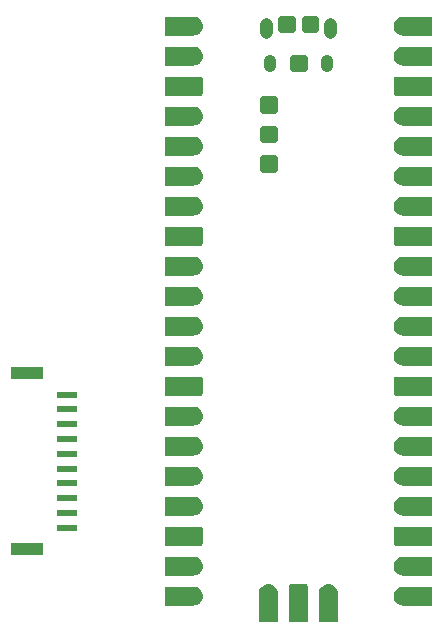
<source format=gbr>
G04 EAGLE Gerber RS-274X export*
G75*
%MOMM*%
%FSLAX34Y34*%
%LPD*%
%INSolderpaste Top*%
%IPPOS*%
%AMOC8*
5,1,8,0,0,1.08239X$1,22.5*%
G01*
G04 Define Apertures*
%ADD10C,0.600000*%
%ADD11C,1.100000*%
%ADD12C,1.050000*%
%ADD13R,1.701800X0.609600*%
%ADD14R,2.794000X1.092200*%
G36*
X-82369Y-84181D02*
X-82897Y-84250D01*
X-112950Y-84250D01*
X-112950Y-68150D01*
X-82897Y-68150D01*
X-82369Y-68219D01*
X-81875Y-68424D01*
X-81450Y-68750D01*
X-81124Y-69175D01*
X-80919Y-69669D01*
X-80850Y-70197D01*
X-80850Y-82203D01*
X-80919Y-82731D01*
X-81124Y-83225D01*
X-81450Y-83650D01*
X-81875Y-83976D01*
X-82369Y-84181D01*
G37*
G36*
X-82369Y42819D02*
X-82897Y42750D01*
X-112950Y42750D01*
X-112950Y58850D01*
X-82897Y58850D01*
X-82369Y58781D01*
X-81875Y58576D01*
X-81450Y58250D01*
X-81124Y57825D01*
X-80919Y57331D01*
X-80850Y56803D01*
X-80850Y44797D01*
X-80919Y44269D01*
X-81124Y43775D01*
X-81450Y43350D01*
X-81875Y43024D01*
X-82369Y42819D01*
G37*
G36*
X-82369Y169819D02*
X-82897Y169750D01*
X-112950Y169750D01*
X-112950Y185850D01*
X-82897Y185850D01*
X-82369Y185781D01*
X-81875Y185576D01*
X-81450Y185250D01*
X-81124Y184825D01*
X-80919Y184331D01*
X-80850Y183803D01*
X-80850Y171797D01*
X-80919Y171269D01*
X-81124Y170775D01*
X-81450Y170350D01*
X-81875Y170024D01*
X-82369Y169819D01*
G37*
G36*
X-82369Y296819D02*
X-82897Y296750D01*
X-112950Y296750D01*
X-112950Y312850D01*
X-82897Y312850D01*
X-82369Y312781D01*
X-81875Y312576D01*
X-81450Y312250D01*
X-81124Y311825D01*
X-80919Y311331D01*
X-80850Y310803D01*
X-80850Y298797D01*
X-80919Y298269D01*
X-81124Y297775D01*
X-81450Y297350D01*
X-81875Y297024D01*
X-82369Y296819D01*
G37*
G36*
X8050Y-118697D02*
X8050Y-148750D01*
X-8050Y-148750D01*
X-8050Y-118697D01*
X-7981Y-118169D01*
X-7776Y-117675D01*
X-7450Y-117250D01*
X-7025Y-116924D01*
X-6531Y-116719D01*
X-6003Y-116650D01*
X6003Y-116650D01*
X6531Y-116719D01*
X7025Y-116924D01*
X7450Y-117250D01*
X7776Y-117675D01*
X7981Y-118169D01*
X8050Y-118697D01*
G37*
G36*
X112950Y-68150D02*
X112950Y-84250D01*
X82897Y-84250D01*
X82369Y-84181D01*
X81875Y-83976D01*
X81450Y-83650D01*
X81124Y-83225D01*
X80919Y-82731D01*
X80850Y-82203D01*
X80850Y-70197D01*
X80919Y-69669D01*
X81124Y-69175D01*
X81450Y-68750D01*
X81875Y-68424D01*
X82369Y-68219D01*
X82897Y-68150D01*
X112950Y-68150D01*
G37*
G36*
X112950Y58850D02*
X112950Y42750D01*
X82897Y42750D01*
X82369Y42819D01*
X81875Y43024D01*
X81450Y43350D01*
X81124Y43775D01*
X80919Y44269D01*
X80850Y44797D01*
X80850Y56803D01*
X80919Y57331D01*
X81124Y57825D01*
X81450Y58250D01*
X81875Y58576D01*
X82369Y58781D01*
X82897Y58850D01*
X112950Y58850D01*
G37*
G36*
X112950Y185850D02*
X112950Y169750D01*
X82897Y169750D01*
X82369Y169819D01*
X81875Y170024D01*
X81450Y170350D01*
X81124Y170775D01*
X80919Y171269D01*
X80850Y171797D01*
X80850Y183803D01*
X80919Y184331D01*
X81124Y184825D01*
X81450Y185250D01*
X81875Y185576D01*
X82369Y185781D01*
X82897Y185850D01*
X112950Y185850D01*
G37*
G36*
X112950Y312850D02*
X112950Y296750D01*
X82897Y296750D01*
X82369Y296819D01*
X81875Y297024D01*
X81450Y297350D01*
X81124Y297775D01*
X80919Y298269D01*
X80850Y298797D01*
X80850Y310803D01*
X80919Y311331D01*
X81124Y311825D01*
X81450Y312250D01*
X81875Y312576D01*
X82369Y312781D01*
X82897Y312850D01*
X112950Y312850D01*
G37*
G36*
X-87329Y-134896D02*
X-88898Y-135050D01*
X-112950Y-135050D01*
X-112950Y-118950D01*
X-88898Y-118950D01*
X-87329Y-119104D01*
X-85819Y-119563D01*
X-84428Y-120306D01*
X-83208Y-121308D01*
X-82206Y-122528D01*
X-81463Y-123919D01*
X-81004Y-125429D01*
X-80850Y-127000D01*
X-81004Y-128571D01*
X-81463Y-130081D01*
X-82206Y-131472D01*
X-83208Y-132692D01*
X-84428Y-133694D01*
X-85819Y-134437D01*
X-87329Y-134896D01*
G37*
G36*
X-87329Y-109496D02*
X-88898Y-109650D01*
X-112950Y-109650D01*
X-112950Y-93550D01*
X-88898Y-93550D01*
X-87329Y-93704D01*
X-85819Y-94163D01*
X-84428Y-94906D01*
X-83208Y-95908D01*
X-82206Y-97128D01*
X-81463Y-98519D01*
X-81004Y-100029D01*
X-80850Y-101600D01*
X-81004Y-103171D01*
X-81463Y-104681D01*
X-82206Y-106072D01*
X-83208Y-107292D01*
X-84428Y-108294D01*
X-85819Y-109037D01*
X-87329Y-109496D01*
G37*
G36*
X-87329Y-58696D02*
X-88898Y-58850D01*
X-112950Y-58850D01*
X-112950Y-42750D01*
X-88898Y-42750D01*
X-87329Y-42904D01*
X-85819Y-43363D01*
X-84428Y-44106D01*
X-83208Y-45108D01*
X-82206Y-46328D01*
X-81463Y-47719D01*
X-81004Y-49229D01*
X-80850Y-50800D01*
X-81004Y-52371D01*
X-81463Y-53881D01*
X-82206Y-55272D01*
X-83208Y-56492D01*
X-84428Y-57494D01*
X-85819Y-58237D01*
X-87329Y-58696D01*
G37*
G36*
X-87329Y-33296D02*
X-88898Y-33450D01*
X-112950Y-33450D01*
X-112950Y-17350D01*
X-88898Y-17350D01*
X-87329Y-17504D01*
X-85819Y-17963D01*
X-84428Y-18706D01*
X-83208Y-19708D01*
X-82206Y-20928D01*
X-81463Y-22319D01*
X-81004Y-23829D01*
X-80850Y-25400D01*
X-81004Y-26971D01*
X-81463Y-28481D01*
X-82206Y-29872D01*
X-83208Y-31092D01*
X-84428Y-32094D01*
X-85819Y-32837D01*
X-87329Y-33296D01*
G37*
G36*
X-87329Y-7896D02*
X-88898Y-8050D01*
X-112950Y-8050D01*
X-112950Y8050D01*
X-88898Y8050D01*
X-87329Y7896D01*
X-85819Y7437D01*
X-84428Y6694D01*
X-83208Y5692D01*
X-82206Y4472D01*
X-81463Y3081D01*
X-81004Y1571D01*
X-80850Y0D01*
X-81004Y-1571D01*
X-81463Y-3081D01*
X-82206Y-4472D01*
X-83208Y-5692D01*
X-84428Y-6694D01*
X-85819Y-7437D01*
X-87329Y-7896D01*
G37*
G36*
X-87329Y17504D02*
X-88898Y17350D01*
X-112950Y17350D01*
X-112950Y33450D01*
X-88898Y33450D01*
X-87329Y33296D01*
X-85819Y32837D01*
X-84428Y32094D01*
X-83208Y31092D01*
X-82206Y29872D01*
X-81463Y28481D01*
X-81004Y26971D01*
X-80850Y25400D01*
X-81004Y23829D01*
X-81463Y22319D01*
X-82206Y20928D01*
X-83208Y19708D01*
X-84428Y18706D01*
X-85819Y17963D01*
X-87329Y17504D01*
G37*
G36*
X-87329Y68304D02*
X-88898Y68150D01*
X-112950Y68150D01*
X-112950Y84250D01*
X-88898Y84250D01*
X-87329Y84096D01*
X-85819Y83637D01*
X-84428Y82894D01*
X-83208Y81892D01*
X-82206Y80672D01*
X-81463Y79281D01*
X-81004Y77771D01*
X-80850Y76200D01*
X-81004Y74629D01*
X-81463Y73119D01*
X-82206Y71728D01*
X-83208Y70508D01*
X-84428Y69506D01*
X-85819Y68763D01*
X-87329Y68304D01*
G37*
G36*
X-87329Y93704D02*
X-88898Y93550D01*
X-112950Y93550D01*
X-112950Y109650D01*
X-88898Y109650D01*
X-87329Y109496D01*
X-85819Y109037D01*
X-84428Y108294D01*
X-83208Y107292D01*
X-82206Y106072D01*
X-81463Y104681D01*
X-81004Y103171D01*
X-80850Y101600D01*
X-81004Y100029D01*
X-81463Y98519D01*
X-82206Y97128D01*
X-83208Y95908D01*
X-84428Y94906D01*
X-85819Y94163D01*
X-87329Y93704D01*
G37*
G36*
X-87329Y119104D02*
X-88898Y118950D01*
X-112950Y118950D01*
X-112950Y135050D01*
X-88898Y135050D01*
X-87329Y134896D01*
X-85819Y134437D01*
X-84428Y133694D01*
X-83208Y132692D01*
X-82206Y131472D01*
X-81463Y130081D01*
X-81004Y128571D01*
X-80850Y127000D01*
X-81004Y125429D01*
X-81463Y123919D01*
X-82206Y122528D01*
X-83208Y121308D01*
X-84428Y120306D01*
X-85819Y119563D01*
X-87329Y119104D01*
G37*
G36*
X-87329Y144504D02*
X-88898Y144350D01*
X-112950Y144350D01*
X-112950Y160450D01*
X-88898Y160450D01*
X-87329Y160296D01*
X-85819Y159837D01*
X-84428Y159094D01*
X-83208Y158092D01*
X-82206Y156872D01*
X-81463Y155481D01*
X-81004Y153971D01*
X-80850Y152400D01*
X-81004Y150829D01*
X-81463Y149319D01*
X-82206Y147928D01*
X-83208Y146708D01*
X-84428Y145706D01*
X-85819Y144963D01*
X-87329Y144504D01*
G37*
G36*
X-87329Y195304D02*
X-88898Y195150D01*
X-112950Y195150D01*
X-112950Y211250D01*
X-88898Y211250D01*
X-87329Y211096D01*
X-85819Y210637D01*
X-84428Y209894D01*
X-83208Y208892D01*
X-82206Y207672D01*
X-81463Y206281D01*
X-81004Y204771D01*
X-80850Y203200D01*
X-81004Y201629D01*
X-81463Y200119D01*
X-82206Y198728D01*
X-83208Y197508D01*
X-84428Y196506D01*
X-85819Y195763D01*
X-87329Y195304D01*
G37*
G36*
X-87329Y220704D02*
X-88898Y220550D01*
X-112950Y220550D01*
X-112950Y236650D01*
X-88898Y236650D01*
X-87329Y236496D01*
X-85819Y236037D01*
X-84428Y235294D01*
X-83208Y234292D01*
X-82206Y233072D01*
X-81463Y231681D01*
X-81004Y230171D01*
X-80850Y228600D01*
X-81004Y227029D01*
X-81463Y225519D01*
X-82206Y224128D01*
X-83208Y222908D01*
X-84428Y221906D01*
X-85819Y221163D01*
X-87329Y220704D01*
G37*
G36*
X-87329Y246104D02*
X-88898Y245950D01*
X-112950Y245950D01*
X-112950Y262050D01*
X-88898Y262050D01*
X-87329Y261896D01*
X-85819Y261437D01*
X-84428Y260694D01*
X-83208Y259692D01*
X-82206Y258472D01*
X-81463Y257081D01*
X-81004Y255571D01*
X-80850Y254000D01*
X-81004Y252429D01*
X-81463Y250919D01*
X-82206Y249528D01*
X-83208Y248308D01*
X-84428Y247306D01*
X-85819Y246563D01*
X-87329Y246104D01*
G37*
G36*
X-87329Y271504D02*
X-88898Y271350D01*
X-112950Y271350D01*
X-112950Y287450D01*
X-88898Y287450D01*
X-87329Y287296D01*
X-85819Y286837D01*
X-84428Y286094D01*
X-83208Y285092D01*
X-82206Y283872D01*
X-81463Y282481D01*
X-81004Y280971D01*
X-80850Y279400D01*
X-81004Y277829D01*
X-81463Y276319D01*
X-82206Y274928D01*
X-83208Y273708D01*
X-84428Y272706D01*
X-85819Y271963D01*
X-87329Y271504D01*
G37*
G36*
X-87329Y322304D02*
X-88898Y322150D01*
X-112950Y322150D01*
X-112950Y338250D01*
X-88898Y338250D01*
X-87329Y338096D01*
X-85819Y337637D01*
X-84428Y336894D01*
X-83208Y335892D01*
X-82206Y334672D01*
X-81463Y333281D01*
X-81004Y331771D01*
X-80850Y330200D01*
X-81004Y328629D01*
X-81463Y327119D01*
X-82206Y325728D01*
X-83208Y324508D01*
X-84428Y323506D01*
X-85819Y322763D01*
X-87329Y322304D01*
G37*
G36*
X-87329Y347704D02*
X-88898Y347550D01*
X-112950Y347550D01*
X-112950Y363650D01*
X-88898Y363650D01*
X-87329Y363496D01*
X-85819Y363037D01*
X-84428Y362294D01*
X-83208Y361292D01*
X-82206Y360072D01*
X-81463Y358681D01*
X-81004Y357171D01*
X-80850Y355600D01*
X-81004Y354029D01*
X-81463Y352519D01*
X-82206Y351128D01*
X-83208Y349908D01*
X-84428Y348906D01*
X-85819Y348163D01*
X-87329Y347704D01*
G37*
G36*
X-17350Y-124698D02*
X-17350Y-148750D01*
X-33450Y-148750D01*
X-33450Y-124698D01*
X-33296Y-123129D01*
X-32837Y-121619D01*
X-32094Y-120228D01*
X-31092Y-119008D01*
X-29872Y-118006D01*
X-28481Y-117263D01*
X-26971Y-116804D01*
X-25400Y-116650D01*
X-23829Y-116804D01*
X-22319Y-117263D01*
X-20928Y-118006D01*
X-19708Y-119008D01*
X-18706Y-120228D01*
X-17963Y-121619D01*
X-17504Y-123129D01*
X-17350Y-124698D01*
G37*
G36*
X33450Y-124698D02*
X33450Y-148750D01*
X17350Y-148750D01*
X17350Y-124698D01*
X17504Y-123129D01*
X17963Y-121619D01*
X18706Y-120228D01*
X19708Y-119008D01*
X20928Y-118006D01*
X22319Y-117263D01*
X23829Y-116804D01*
X25400Y-116650D01*
X26971Y-116804D01*
X28481Y-117263D01*
X29872Y-118006D01*
X31092Y-119008D01*
X32094Y-120228D01*
X32837Y-121619D01*
X33296Y-123129D01*
X33450Y-124698D01*
G37*
G36*
X112950Y-118950D02*
X112950Y-135050D01*
X88898Y-135050D01*
X87329Y-134896D01*
X85819Y-134437D01*
X84428Y-133694D01*
X83208Y-132692D01*
X82206Y-131472D01*
X81463Y-130081D01*
X81004Y-128571D01*
X80850Y-127000D01*
X81004Y-125429D01*
X81463Y-123919D01*
X82206Y-122528D01*
X83208Y-121308D01*
X84428Y-120306D01*
X85819Y-119563D01*
X87329Y-119104D01*
X88898Y-118950D01*
X112950Y-118950D01*
G37*
G36*
X112950Y-93550D02*
X112950Y-109650D01*
X88898Y-109650D01*
X87329Y-109496D01*
X85819Y-109037D01*
X84428Y-108294D01*
X83208Y-107292D01*
X82206Y-106072D01*
X81463Y-104681D01*
X81004Y-103171D01*
X80850Y-101600D01*
X81004Y-100029D01*
X81463Y-98519D01*
X82206Y-97128D01*
X83208Y-95908D01*
X84428Y-94906D01*
X85819Y-94163D01*
X87329Y-93704D01*
X88898Y-93550D01*
X112950Y-93550D01*
G37*
G36*
X112950Y-42750D02*
X112950Y-58850D01*
X88898Y-58850D01*
X87329Y-58696D01*
X85819Y-58237D01*
X84428Y-57494D01*
X83208Y-56492D01*
X82206Y-55272D01*
X81463Y-53881D01*
X81004Y-52371D01*
X80850Y-50800D01*
X81004Y-49229D01*
X81463Y-47719D01*
X82206Y-46328D01*
X83208Y-45108D01*
X84428Y-44106D01*
X85819Y-43363D01*
X87329Y-42904D01*
X88898Y-42750D01*
X112950Y-42750D01*
G37*
G36*
X112950Y-17350D02*
X112950Y-33450D01*
X88898Y-33450D01*
X87329Y-33296D01*
X85819Y-32837D01*
X84428Y-32094D01*
X83208Y-31092D01*
X82206Y-29872D01*
X81463Y-28481D01*
X81004Y-26971D01*
X80850Y-25400D01*
X81004Y-23829D01*
X81463Y-22319D01*
X82206Y-20928D01*
X83208Y-19708D01*
X84428Y-18706D01*
X85819Y-17963D01*
X87329Y-17504D01*
X88898Y-17350D01*
X112950Y-17350D01*
G37*
G36*
X112950Y8050D02*
X112950Y-8050D01*
X88898Y-8050D01*
X87329Y-7896D01*
X85819Y-7437D01*
X84428Y-6694D01*
X83208Y-5692D01*
X82206Y-4472D01*
X81463Y-3081D01*
X81004Y-1571D01*
X80850Y0D01*
X81004Y1571D01*
X81463Y3081D01*
X82206Y4472D01*
X83208Y5692D01*
X84428Y6694D01*
X85819Y7437D01*
X87329Y7896D01*
X88898Y8050D01*
X112950Y8050D01*
G37*
G36*
X112950Y33450D02*
X112950Y17350D01*
X88898Y17350D01*
X87329Y17504D01*
X85819Y17963D01*
X84428Y18706D01*
X83208Y19708D01*
X82206Y20928D01*
X81463Y22319D01*
X81004Y23829D01*
X80850Y25400D01*
X81004Y26971D01*
X81463Y28481D01*
X82206Y29872D01*
X83208Y31092D01*
X84428Y32094D01*
X85819Y32837D01*
X87329Y33296D01*
X88898Y33450D01*
X112950Y33450D01*
G37*
G36*
X112950Y84250D02*
X112950Y68150D01*
X88898Y68150D01*
X87329Y68304D01*
X85819Y68763D01*
X84428Y69506D01*
X83208Y70508D01*
X82206Y71728D01*
X81463Y73119D01*
X81004Y74629D01*
X80850Y76200D01*
X81004Y77771D01*
X81463Y79281D01*
X82206Y80672D01*
X83208Y81892D01*
X84428Y82894D01*
X85819Y83637D01*
X87329Y84096D01*
X88898Y84250D01*
X112950Y84250D01*
G37*
G36*
X112950Y109650D02*
X112950Y93550D01*
X88898Y93550D01*
X87329Y93704D01*
X85819Y94163D01*
X84428Y94906D01*
X83208Y95908D01*
X82206Y97128D01*
X81463Y98519D01*
X81004Y100029D01*
X80850Y101600D01*
X81004Y103171D01*
X81463Y104681D01*
X82206Y106072D01*
X83208Y107292D01*
X84428Y108294D01*
X85819Y109037D01*
X87329Y109496D01*
X88898Y109650D01*
X112950Y109650D01*
G37*
G36*
X112950Y135050D02*
X112950Y118950D01*
X88898Y118950D01*
X87329Y119104D01*
X85819Y119563D01*
X84428Y120306D01*
X83208Y121308D01*
X82206Y122528D01*
X81463Y123919D01*
X81004Y125429D01*
X80850Y127000D01*
X81004Y128571D01*
X81463Y130081D01*
X82206Y131472D01*
X83208Y132692D01*
X84428Y133694D01*
X85819Y134437D01*
X87329Y134896D01*
X88898Y135050D01*
X112950Y135050D01*
G37*
G36*
X112950Y160450D02*
X112950Y144350D01*
X88898Y144350D01*
X87329Y144504D01*
X85819Y144963D01*
X84428Y145706D01*
X83208Y146708D01*
X82206Y147928D01*
X81463Y149319D01*
X81004Y150829D01*
X80850Y152400D01*
X81004Y153971D01*
X81463Y155481D01*
X82206Y156872D01*
X83208Y158092D01*
X84428Y159094D01*
X85819Y159837D01*
X87329Y160296D01*
X88898Y160450D01*
X112950Y160450D01*
G37*
G36*
X112950Y211250D02*
X112950Y195150D01*
X88898Y195150D01*
X87329Y195304D01*
X85819Y195763D01*
X84428Y196506D01*
X83208Y197508D01*
X82206Y198728D01*
X81463Y200119D01*
X81004Y201629D01*
X80850Y203200D01*
X81004Y204771D01*
X81463Y206281D01*
X82206Y207672D01*
X83208Y208892D01*
X84428Y209894D01*
X85819Y210637D01*
X87329Y211096D01*
X88898Y211250D01*
X112950Y211250D01*
G37*
G36*
X112950Y236650D02*
X112950Y220550D01*
X88898Y220550D01*
X87329Y220704D01*
X85819Y221163D01*
X84428Y221906D01*
X83208Y222908D01*
X82206Y224128D01*
X81463Y225519D01*
X81004Y227029D01*
X80850Y228600D01*
X81004Y230171D01*
X81463Y231681D01*
X82206Y233072D01*
X83208Y234292D01*
X84428Y235294D01*
X85819Y236037D01*
X87329Y236496D01*
X88898Y236650D01*
X112950Y236650D01*
G37*
G36*
X112950Y262050D02*
X112950Y245950D01*
X88898Y245950D01*
X87329Y246104D01*
X85819Y246563D01*
X84428Y247306D01*
X83208Y248308D01*
X82206Y249528D01*
X81463Y250919D01*
X81004Y252429D01*
X80850Y254000D01*
X81004Y255571D01*
X81463Y257081D01*
X82206Y258472D01*
X83208Y259692D01*
X84428Y260694D01*
X85819Y261437D01*
X87329Y261896D01*
X88898Y262050D01*
X112950Y262050D01*
G37*
G36*
X112950Y287450D02*
X112950Y271350D01*
X88898Y271350D01*
X87329Y271504D01*
X85819Y271963D01*
X84428Y272706D01*
X83208Y273708D01*
X82206Y274928D01*
X81463Y276319D01*
X81004Y277829D01*
X80850Y279400D01*
X81004Y280971D01*
X81463Y282481D01*
X82206Y283872D01*
X83208Y285092D01*
X84428Y286094D01*
X85819Y286837D01*
X87329Y287296D01*
X88898Y287450D01*
X112950Y287450D01*
G37*
G36*
X112950Y338250D02*
X112950Y322150D01*
X88898Y322150D01*
X87329Y322304D01*
X85819Y322763D01*
X84428Y323506D01*
X83208Y324508D01*
X82206Y325728D01*
X81463Y327119D01*
X81004Y328629D01*
X80850Y330200D01*
X81004Y331771D01*
X81463Y333281D01*
X82206Y334672D01*
X83208Y335892D01*
X84428Y336894D01*
X85819Y337637D01*
X87329Y338096D01*
X88898Y338250D01*
X112950Y338250D01*
G37*
G36*
X112950Y363650D02*
X112950Y347550D01*
X88898Y347550D01*
X87329Y347704D01*
X85819Y348163D01*
X84428Y348906D01*
X83208Y349908D01*
X82206Y351128D01*
X81463Y352519D01*
X81004Y354029D01*
X80850Y355600D01*
X81004Y357171D01*
X81463Y358681D01*
X82206Y360072D01*
X83208Y361292D01*
X84428Y362294D01*
X85819Y363037D01*
X87329Y363496D01*
X88898Y363650D01*
X112950Y363650D01*
G37*
D10*
X-5500Y352800D02*
X-14500Y352800D01*
X-14500Y361800D01*
X-5500Y361800D01*
X-5500Y352800D01*
X-5500Y358500D02*
X-14500Y358500D01*
X5500Y352800D02*
X14500Y352800D01*
X5500Y352800D02*
X5500Y361800D01*
X14500Y361800D01*
X14500Y352800D01*
X14500Y358500D02*
X5500Y358500D01*
X4500Y319800D02*
X-4500Y319800D01*
X-4500Y328800D01*
X4500Y328800D01*
X4500Y319800D01*
X4500Y325500D02*
X-4500Y325500D01*
X-20500Y284800D02*
X-29500Y284800D01*
X-29500Y293800D01*
X-20500Y293800D01*
X-20500Y284800D01*
X-20500Y290500D02*
X-29500Y290500D01*
X-29500Y259800D02*
X-20500Y259800D01*
X-29500Y259800D02*
X-29500Y268800D01*
X-20500Y268800D01*
X-20500Y259800D01*
X-20500Y265500D02*
X-29500Y265500D01*
X-29500Y234800D02*
X-20500Y234800D01*
X-29500Y234800D02*
X-29500Y243800D01*
X-20500Y243800D01*
X-20500Y234800D01*
X-20500Y240500D02*
X-29500Y240500D01*
D11*
X-27250Y350800D02*
X-27250Y357800D01*
X27250Y357800D02*
X27250Y350800D01*
D12*
X-24250Y326000D02*
X-24250Y322000D01*
X24250Y322000D02*
X24250Y326000D01*
D13*
X-196135Y43550D03*
X-196135Y31050D03*
X-196135Y18550D03*
X-196135Y6050D03*
X-196135Y-6450D03*
X-196135Y-18950D03*
X-196135Y-31450D03*
X-196135Y-43950D03*
X-196135Y-56450D03*
X-196135Y-68950D03*
D14*
X-229635Y62050D03*
X-229635Y-87450D03*
M02*

</source>
